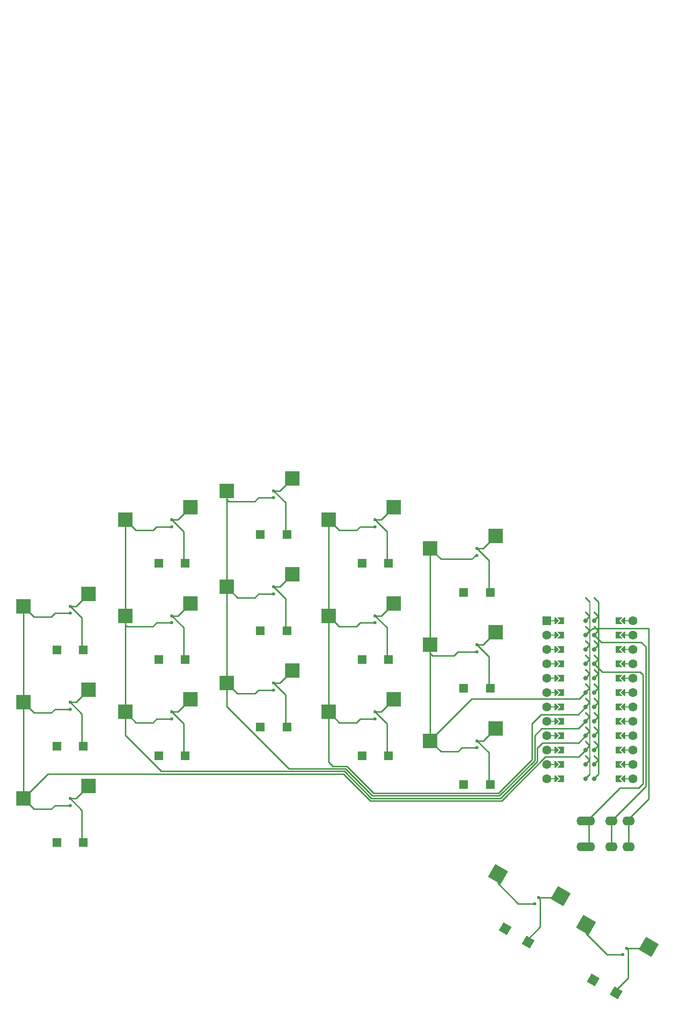
<source format=gbr>
%TF.GenerationSoftware,KiCad,Pcbnew,(6.0.6-1)-1*%
%TF.CreationDate,2022-08-08T10:13:26-05:00*%
%TF.ProjectId,smcboard,736d6362-6f61-4726-942e-6b696361645f,v1.0.0*%
%TF.SameCoordinates,Original*%
%TF.FileFunction,Copper,L1,Top*%
%TF.FilePolarity,Positive*%
%FSLAX46Y46*%
G04 Gerber Fmt 4.6, Leading zero omitted, Abs format (unit mm)*
G04 Created by KiCad (PCBNEW (6.0.6-1)-1) date 2022-08-08 10:13:26*
%MOMM*%
%LPD*%
G01*
G04 APERTURE LIST*
G04 Aperture macros list*
%AMRotRect*
0 Rectangle, with rotation*
0 The origin of the aperture is its center*
0 $1 length*
0 $2 width*
0 $3 Rotation angle, in degrees counterclockwise*
0 Add horizontal line*
21,1,$1,$2,0,0,$3*%
%AMFreePoly0*
4,1,5,0.125000,-0.500000,-0.125000,-0.500000,-0.125000,0.500000,0.125000,0.500000,0.125000,-0.500000,0.125000,-0.500000,$1*%
%AMFreePoly1*
4,1,6,0.600000,0.200000,0.000000,-0.400000,-0.600000,0.200000,-0.600000,0.400000,0.600000,0.400000,0.600000,0.200000,0.600000,0.200000,$1*%
%AMFreePoly2*
4,1,49,0.088388,4.152388,0.854389,3.386388,0.867708,3.368551,0.871189,3.365530,0.871982,3.362827,0.875852,3.357644,0.882333,3.327543,0.891000,3.298000,0.891000,0.766000,0.887805,0.743969,0.888131,0.739371,0.886780,0.736898,0.885852,0.730498,0.869154,0.704638,0.854389,0.677612,0.088388,-0.088388,0.064607,-0.106146,0.062500,-0.108253,0.061385,-0.108552,0.059644,-0.109852,
0.043810,-0.113261,0.000000,-0.125000,-0.004774,-0.123721,-0.009154,-0.124664,-0.028953,-0.117242,-0.062500,-0.108253,-0.068237,-0.102516,-0.075052,-0.099961,-0.087614,-0.083139,-0.108253,-0.062500,-0.111178,-0.051584,-0.117161,-0.043572,-0.118539,-0.024114,-0.125000,0.000000,-0.121239,0.014035,-0.122131,0.026629,-0.113759,0.041953,-0.108253,0.062500,-0.095642,0.075111,-0.088388,0.088388,
0.641000,0.817777,0.641000,3.246223,-0.088388,3.975612,-0.109852,4.004356,-0.124664,4.073154,-0.099961,4.139052,-0.043572,4.181161,0.026629,4.186131,0.088388,4.152388,0.088388,4.152388,$1*%
%AMFreePoly3*
4,1,6,0.600000,-0.250000,-0.600000,-0.250000,-0.600000,1.000000,0.000000,0.400000,0.600000,1.000000,0.600000,-0.250000,0.600000,-0.250000,$1*%
%AMFreePoly4*
4,1,49,0.088388,4.152388,0.850389,3.390388,0.863708,3.372551,0.867189,3.369530,0.867982,3.366827,0.871852,3.361644,0.878333,3.331543,0.887000,3.302000,0.887000,0.762000,0.883805,0.739969,0.884131,0.735371,0.882780,0.732898,0.881852,0.726498,0.865154,0.700638,0.850389,0.673612,0.088388,-0.088388,0.064607,-0.106146,0.062500,-0.108253,0.061385,-0.108552,0.059644,-0.109852,
0.043810,-0.113261,0.000000,-0.125000,-0.004774,-0.123721,-0.009154,-0.124664,-0.028953,-0.117242,-0.062500,-0.108253,-0.068237,-0.102516,-0.075052,-0.099961,-0.087614,-0.083139,-0.108253,-0.062500,-0.111178,-0.051584,-0.117161,-0.043572,-0.118539,-0.024114,-0.125000,0.000000,-0.121239,0.014035,-0.122131,0.026629,-0.113759,0.041953,-0.108253,0.062500,-0.095642,0.075111,-0.088388,0.088388,
0.637000,0.813777,0.637000,3.250223,-0.088388,3.975612,-0.109852,4.004356,-0.124664,4.073154,-0.099961,4.139052,-0.043572,4.181161,0.026629,4.186131,0.088388,4.152388,0.088388,4.152388,$1*%
G04 Aperture macros list end*
%TA.AperFunction,SMDPad,CuDef*%
%ADD10R,2.600000X2.600000*%
%TD*%
%TA.AperFunction,ComponentPad*%
%ADD11R,1.650000X1.650000*%
%TD*%
%TA.AperFunction,ComponentPad*%
%ADD12C,0.600000*%
%TD*%
%TA.AperFunction,SMDPad,CuDef*%
%ADD13RotRect,2.600000X2.600000X330.000000*%
%TD*%
%TA.AperFunction,ComponentPad*%
%ADD14RotRect,1.650000X1.650000X150.000000*%
%TD*%
%TA.AperFunction,ComponentPad*%
%ADD15RotRect,1.650000X1.650000X330.000000*%
%TD*%
%TA.AperFunction,ComponentPad*%
%ADD16O,2.200000X1.600000*%
%TD*%
%TA.AperFunction,SMDPad,CuDef*%
%ADD17FreePoly0,270.000000*%
%TD*%
%TA.AperFunction,ComponentPad*%
%ADD18C,1.600000*%
%TD*%
%TA.AperFunction,SMDPad,CuDef*%
%ADD19FreePoly0,90.000000*%
%TD*%
%TA.AperFunction,SMDPad,CuDef*%
%ADD20FreePoly1,90.000000*%
%TD*%
%TA.AperFunction,ComponentPad*%
%ADD21R,1.600000X1.600000*%
%TD*%
%TA.AperFunction,SMDPad,CuDef*%
%ADD22FreePoly1,270.000000*%
%TD*%
%TA.AperFunction,SMDPad,CuDef*%
%ADD23FreePoly2,270.000000*%
%TD*%
%TA.AperFunction,ComponentPad*%
%ADD24C,0.800000*%
%TD*%
%TA.AperFunction,SMDPad,CuDef*%
%ADD25FreePoly3,270.000000*%
%TD*%
%TA.AperFunction,SMDPad,CuDef*%
%ADD26FreePoly4,90.000000*%
%TD*%
%TA.AperFunction,SMDPad,CuDef*%
%ADD27FreePoly3,90.000000*%
%TD*%
%TA.AperFunction,Conductor*%
%ADD28C,0.250000*%
%TD*%
G04 APERTURE END LIST*
D10*
%TO.P,S7,1*%
%TO.N,middle_bottom*%
X141675000Y-77250000D03*
%TO.P,S7,2*%
%TO.N,P5*%
X130125000Y-79450000D03*
%TD*%
%TO.P,S1,1*%
%TO.N,pinky_bottom*%
X105675000Y-97650000D03*
%TO.P,S1,2*%
%TO.N,P7*%
X94125000Y-99850000D03*
%TD*%
D11*
%TO.P,D6,1*%
%TO.N,P1*%
X118050000Y-58300000D03*
%TO.P,D6,2*%
%TO.N,ring_top*%
X122750000Y-58300000D03*
%TD*%
%TO.P,D7,1*%
%TO.N,P2*%
X136050000Y-87200000D03*
%TO.P,D7,2*%
%TO.N,middle_bottom*%
X140750000Y-87200000D03*
%TD*%
%TO.P,D11,1*%
%TO.N,P0*%
X154050000Y-75300000D03*
%TO.P,D11,2*%
%TO.N,index_home*%
X158750000Y-75300000D03*
%TD*%
D12*
%TO.P,REF\u002A\u002A,1*%
%TO.N,inner_bottom*%
X174400000Y-89650000D03*
%TD*%
D13*
%TO.P,S16,1*%
%TO.N,near_thumb*%
X189211233Y-117084649D03*
%TO.P,S16,2*%
%TO.N,P5*%
X178108640Y-113214905D03*
%TD*%
D11*
%TO.P,D13,1*%
%TO.N,P2*%
X172050000Y-97400000D03*
%TO.P,D13,2*%
%TO.N,inner_bottom*%
X176750000Y-97400000D03*
%TD*%
%TO.P,D3,1*%
%TO.N,P1*%
X100050000Y-73600000D03*
%TO.P,D3,2*%
%TO.N,pinky_top*%
X104750000Y-73600000D03*
%TD*%
D14*
%TO.P,D16,1*%
%TO.N,P9*%
X179364840Y-122889102D03*
D15*
%TO.P,D16,2*%
%TO.N,near_thumb*%
X183435160Y-125239102D03*
%TD*%
D12*
%TO.P,REF\u002A\u002A,1*%
%TO.N,P4*%
X156400000Y-85800000D03*
%TD*%
%TO.P,REF\u002A\u002A,1*%
%TO.N,P3*%
X174400000Y-90900000D03*
%TD*%
%TO.P,REF\u002A\u002A,1*%
%TO.N,P6*%
X120400000Y-85800000D03*
%TD*%
D11*
%TO.P,D12,1*%
%TO.N,P1*%
X154050000Y-58300000D03*
%TO.P,D12,2*%
%TO.N,index_top*%
X158750000Y-58300000D03*
%TD*%
D12*
%TO.P,REF\u002A\u002A,1*%
%TO.N,pinky_bottom*%
X102400000Y-99850000D03*
%TD*%
%TO.P,REF\u002A\u002A,1*%
%TO.N,inner_top*%
X174400000Y-55650000D03*
%TD*%
%TO.P,REF\u002A\u002A,1*%
%TO.N,ring_bottom*%
X120400000Y-84550000D03*
%TD*%
%TO.P,REF\u002A\u002A,1*%
%TO.N,P6*%
X120400000Y-51800000D03*
%TD*%
%TO.P,REF\u002A\u002A,1*%
%TO.N,index_home*%
X156400000Y-67550000D03*
%TD*%
D10*
%TO.P,S3,1*%
%TO.N,pinky_top*%
X105675000Y-63650000D03*
%TO.P,S3,2*%
%TO.N,P7*%
X94125000Y-65850000D03*
%TD*%
D12*
%TO.P,REF\u002A\u002A,1*%
%TO.N,index_bottom*%
X156400000Y-84550000D03*
%TD*%
D11*
%TO.P,D2,1*%
%TO.N,P0*%
X100050000Y-90600000D03*
%TO.P,D2,2*%
%TO.N,pinky_home*%
X104750000Y-90600000D03*
%TD*%
D12*
%TO.P,REF\u002A\u002A,1*%
%TO.N,P4*%
X156400000Y-51800000D03*
%TD*%
%TO.P,REF\u002A\u002A,1*%
%TO.N,pinky_home*%
X102400000Y-82850000D03*
%TD*%
D10*
%TO.P,S15,1*%
%TO.N,inner_top*%
X177675000Y-53450000D03*
%TO.P,S15,2*%
%TO.N,P3*%
X166125000Y-55650000D03*
%TD*%
%TO.P,S5,1*%
%TO.N,ring_home*%
X123675000Y-65350000D03*
%TO.P,S5,2*%
%TO.N,P6*%
X112125000Y-67550000D03*
%TD*%
D12*
%TO.P,REF\u002A\u002A,1*%
%TO.N,home_thumb*%
X200863457Y-126352405D03*
%TD*%
D10*
%TO.P,S10,1*%
%TO.N,index_bottom*%
X159675000Y-82350000D03*
%TO.P,S10,2*%
%TO.N,P4*%
X148125000Y-84550000D03*
%TD*%
D12*
%TO.P,REF\u002A\u002A,1*%
%TO.N,P3*%
X174400000Y-56900000D03*
%TD*%
%TO.P,REF\u002A\u002A,1*%
%TO.N,ring_top*%
X120400000Y-50550000D03*
%TD*%
D11*
%TO.P,D14,1*%
%TO.N,P0*%
X172050000Y-80400000D03*
%TO.P,D14,2*%
%TO.N,inner_home*%
X176750000Y-80400000D03*
%TD*%
D12*
%TO.P,REF\u002A\u002A,1*%
%TO.N,P5*%
X138400000Y-46700000D03*
%TD*%
D13*
%TO.P,S17,1*%
%TO.N,home_thumb*%
X204799690Y-126084649D03*
%TO.P,S17,2*%
%TO.N,P4*%
X193697097Y-122214905D03*
%TD*%
D12*
%TO.P,REF\u002A\u002A,1*%
%TO.N,middle_bottom*%
X138400000Y-79450000D03*
%TD*%
D11*
%TO.P,D5,1*%
%TO.N,P0*%
X118050000Y-75300000D03*
%TO.P,D5,2*%
%TO.N,ring_home*%
X122750000Y-75300000D03*
%TD*%
D12*
%TO.P,REF\u002A\u002A,1*%
%TO.N,P5*%
X138400000Y-63700000D03*
%TD*%
%TO.P,REF\u002A\u002A,1*%
%TO.N,inner_home*%
X174400000Y-72650000D03*
%TD*%
%TO.P,REF\u002A\u002A,1*%
%TO.N,pinky_top*%
X102400000Y-65850000D03*
%TD*%
%TO.P,REF\u002A\u002A,1*%
%TO.N,P4*%
X200238457Y-127434937D03*
%TD*%
%TO.P,REF\u002A\u002A,1*%
%TO.N,P6*%
X120400000Y-68800000D03*
%TD*%
%TO.P,REF\u002A\u002A,1*%
%TO.N,index_top*%
X156400000Y-50550000D03*
%TD*%
%TO.P,REF\u002A\u002A,1*%
%TO.N,P7*%
X102400000Y-101100000D03*
%TD*%
D11*
%TO.P,D15,1*%
%TO.N,P1*%
X172050000Y-63400000D03*
%TO.P,D15,2*%
%TO.N,inner_top*%
X176750000Y-63400000D03*
%TD*%
%TO.P,D9,1*%
%TO.N,P1*%
X136050000Y-53200000D03*
%TO.P,D9,2*%
%TO.N,middle_top*%
X140750000Y-53200000D03*
%TD*%
D10*
%TO.P,S2,1*%
%TO.N,pinky_home*%
X105675000Y-80650000D03*
%TO.P,S2,2*%
%TO.N,P7*%
X94125000Y-82850000D03*
%TD*%
%TO.P,S14,1*%
%TO.N,inner_home*%
X177675000Y-70450000D03*
%TO.P,S14,2*%
%TO.N,P3*%
X166125000Y-72650000D03*
%TD*%
D12*
%TO.P,REF\u002A\u002A,1*%
%TO.N,middle_home*%
X138400000Y-62450000D03*
%TD*%
%TO.P,REF\u002A\u002A,1*%
%TO.N,P7*%
X102400000Y-84100000D03*
%TD*%
D10*
%TO.P,S13,1*%
%TO.N,inner_bottom*%
X177675000Y-87450000D03*
%TO.P,S13,2*%
%TO.N,P3*%
X166125000Y-89650000D03*
%TD*%
D11*
%TO.P,D8,1*%
%TO.N,P0*%
X136050000Y-70200000D03*
%TO.P,D8,2*%
%TO.N,middle_home*%
X140750000Y-70200000D03*
%TD*%
D16*
%TO.P,REF\u002A\u002A,1*%
%TO.N,VCC*%
X193100000Y-103800000D03*
X193100000Y-108400000D03*
%TO.P,REF\u002A\u002A,2*%
X194200000Y-108400000D03*
X194200000Y-103800000D03*
%TO.P,REF\u002A\u002A,3*%
%TO.N,GND*%
X198200000Y-108400000D03*
X198200000Y-103800000D03*
%TO.P,REF\u002A\u002A,4*%
%TO.N,P0*%
X201200000Y-108400000D03*
X201200000Y-103800000D03*
%TD*%
D12*
%TO.P,REF\u002A\u002A,1*%
%TO.N,P5*%
X184650000Y-118434937D03*
%TD*%
D10*
%TO.P,S8,1*%
%TO.N,middle_home*%
X141675000Y-60250000D03*
%TO.P,S8,2*%
%TO.N,P5*%
X130125000Y-62450000D03*
%TD*%
%TO.P,S6,1*%
%TO.N,ring_top*%
X123675000Y-48350000D03*
%TO.P,S6,2*%
%TO.N,P6*%
X112125000Y-50550000D03*
%TD*%
%TO.P,S4,1*%
%TO.N,ring_bottom*%
X123675000Y-82350000D03*
%TO.P,S4,2*%
%TO.N,P6*%
X112125000Y-84550000D03*
%TD*%
%TO.P,S12,1*%
%TO.N,index_top*%
X159675000Y-48350000D03*
%TO.P,S12,2*%
%TO.N,P4*%
X148125000Y-50550000D03*
%TD*%
D11*
%TO.P,D1,1*%
%TO.N,P2*%
X100050000Y-107600000D03*
%TO.P,D1,2*%
%TO.N,pinky_bottom*%
X104750000Y-107600000D03*
%TD*%
D12*
%TO.P,REF\u002A\u002A,1*%
%TO.N,P4*%
X156400000Y-68800000D03*
%TD*%
%TO.P,REF\u002A\u002A,1*%
%TO.N,middle_top*%
X138400000Y-45450000D03*
%TD*%
D10*
%TO.P,S9,1*%
%TO.N,middle_top*%
X141675000Y-43250000D03*
%TO.P,S9,2*%
%TO.N,P5*%
X130125000Y-45450000D03*
%TD*%
D12*
%TO.P,REF\u002A\u002A,1*%
%TO.N,P3*%
X174400000Y-73900000D03*
%TD*%
%TO.P,REF\u002A\u002A,1*%
%TO.N,near_thumb*%
X185275000Y-117352405D03*
%TD*%
%TO.P,REF\u002A\u002A,1*%
%TO.N,ring_home*%
X120400000Y-67550000D03*
%TD*%
%TO.P,REF\u002A\u002A,1*%
%TO.N,P7*%
X102400000Y-67100000D03*
%TD*%
%TO.P,REF\u002A\u002A,1*%
%TO.N,P5*%
X138400000Y-80700000D03*
%TD*%
D14*
%TO.P,D17,1*%
%TO.N,P9*%
X194953297Y-131889102D03*
D15*
%TO.P,D17,2*%
%TO.N,home_thumb*%
X199023617Y-134239102D03*
%TD*%
D17*
%TO.P,MCU1,*%
%TO.N,*%
X200750000Y-86210000D03*
D18*
X202020000Y-86210000D03*
D19*
X188050000Y-96370000D03*
D18*
X186780000Y-88750000D03*
X186780000Y-86210000D03*
X202020000Y-73510000D03*
X202020000Y-78590000D03*
X186780000Y-93830000D03*
D19*
X188050000Y-78590000D03*
D17*
X200750000Y-91290000D03*
D19*
X188050000Y-81130000D03*
D18*
X186780000Y-68430000D03*
X202020000Y-76050000D03*
D19*
X188050000Y-73510000D03*
D20*
X188558000Y-91290000D03*
X188558000Y-86210000D03*
X188558000Y-70970000D03*
X188558000Y-76050000D03*
D18*
X186780000Y-73510000D03*
D21*
X186780000Y-68430000D03*
D22*
X200242000Y-93830000D03*
X200242000Y-91290000D03*
D18*
X186780000Y-78590000D03*
X186780000Y-76050000D03*
D17*
X200750000Y-88750000D03*
D20*
X188558000Y-96370000D03*
X188558000Y-78590000D03*
X188558000Y-93830000D03*
D17*
X200750000Y-93830000D03*
D20*
X188558000Y-81130000D03*
D19*
X188050000Y-68430000D03*
D22*
X200242000Y-73510000D03*
D18*
X186780000Y-96370000D03*
D17*
X200750000Y-78590000D03*
D22*
X200242000Y-81130000D03*
D18*
X202020000Y-83670000D03*
D17*
X200750000Y-81130000D03*
D18*
X202020000Y-81130000D03*
D17*
X200750000Y-96370000D03*
D19*
X188050000Y-91290000D03*
D20*
X188558000Y-68430000D03*
D22*
X200242000Y-70970000D03*
D17*
X200750000Y-70970000D03*
D18*
X202020000Y-93830000D03*
X202020000Y-88750000D03*
D20*
X188558000Y-88750000D03*
D22*
X200242000Y-76050000D03*
X200242000Y-86210000D03*
D19*
X188050000Y-83670000D03*
D22*
X200242000Y-78590000D03*
X200242000Y-96370000D03*
D18*
X202020000Y-70970000D03*
D19*
X188050000Y-70970000D03*
X188050000Y-86210000D03*
D18*
X202020000Y-96370000D03*
D19*
X188050000Y-76050000D03*
D22*
X200242000Y-68430000D03*
D18*
X186780000Y-81130000D03*
D19*
X188050000Y-88750000D03*
D17*
X200750000Y-76050000D03*
X200750000Y-83670000D03*
D18*
X186780000Y-70970000D03*
D17*
X200750000Y-73510000D03*
D18*
X186780000Y-83670000D03*
X202020000Y-68430000D03*
X186780000Y-91290000D03*
D20*
X188558000Y-73510000D03*
D22*
X200242000Y-83670000D03*
D20*
X188558000Y-83670000D03*
D19*
X188050000Y-93830000D03*
D22*
X200242000Y-88750000D03*
D18*
X202020000Y-91290000D03*
D17*
X200750000Y-68430000D03*
D23*
%TO.P,MCU1,1*%
%TO.N,RAW*%
X195162000Y-68430000D03*
D24*
X195162000Y-68430000D03*
D25*
X199226000Y-68430000D03*
D24*
%TO.P,MCU1,2*%
%TO.N,GND*%
X195162000Y-70970000D03*
D23*
X195162000Y-70970000D03*
D25*
X199226000Y-70970000D03*
%TO.P,MCU1,3*%
%TO.N,RST*%
X199226000Y-73510000D03*
D24*
X195162000Y-73510000D03*
D23*
X195162000Y-73510000D03*
D24*
%TO.P,MCU1,4*%
%TO.N,VCC*%
X195162000Y-76050000D03*
D25*
X199226000Y-76050000D03*
D23*
X195162000Y-76050000D03*
D25*
%TO.P,MCU1,5*%
%TO.N,P21*%
X199226000Y-78590000D03*
D24*
X195162000Y-78590000D03*
D23*
X195162000Y-78590000D03*
D25*
%TO.P,MCU1,6*%
%TO.N,P20*%
X199226000Y-81130000D03*
D24*
X195162000Y-81130000D03*
D23*
X195162000Y-81130000D03*
D25*
%TO.P,MCU1,7*%
%TO.N,P19*%
X199226000Y-83670000D03*
D23*
X195162000Y-83670000D03*
D24*
X195162000Y-83670000D03*
D25*
%TO.P,MCU1,8*%
%TO.N,P18*%
X199226000Y-86210000D03*
D24*
X195162000Y-86210000D03*
D23*
X195162000Y-86210000D03*
%TO.P,MCU1,9*%
%TO.N,P15*%
X195162000Y-88750000D03*
D24*
X195162000Y-88750000D03*
D25*
X199226000Y-88750000D03*
%TO.P,MCU1,10*%
%TO.N,P14*%
X199226000Y-91290000D03*
D24*
X195162000Y-91290000D03*
D23*
X195162000Y-91290000D03*
%TO.P,MCU1,11*%
%TO.N,P16*%
X195162000Y-93830000D03*
D24*
X195162000Y-93830000D03*
D25*
X199226000Y-93830000D03*
D23*
%TO.P,MCU1,12*%
%TO.N,P10*%
X195162000Y-96370000D03*
D25*
X199226000Y-96370000D03*
D24*
X195162000Y-96370000D03*
%TO.P,MCU1,13*%
%TO.N,P9*%
X193638000Y-96370000D03*
D26*
X193638000Y-96370000D03*
D27*
X189574000Y-96370000D03*
D24*
%TO.P,MCU1,14*%
%TO.N,P8*%
X193638000Y-93830000D03*
D26*
X193638000Y-93830000D03*
D27*
X189574000Y-93830000D03*
D26*
%TO.P,MCU1,15*%
%TO.N,P7*%
X193638000Y-91290000D03*
D24*
X193638000Y-91290000D03*
D27*
X189574000Y-91290000D03*
D24*
%TO.P,MCU1,16*%
%TO.N,P6*%
X193638000Y-88750000D03*
D27*
X189574000Y-88750000D03*
D26*
X193638000Y-88750000D03*
D27*
%TO.P,MCU1,17*%
%TO.N,P5*%
X189574000Y-86210000D03*
D26*
X193638000Y-86210000D03*
D24*
X193638000Y-86210000D03*
%TO.P,MCU1,18*%
%TO.N,P4*%
X193638000Y-83670000D03*
D26*
X193638000Y-83670000D03*
D27*
X189574000Y-83670000D03*
D26*
%TO.P,MCU1,19*%
%TO.N,P3*%
X193638000Y-81130000D03*
D24*
X193638000Y-81130000D03*
D27*
X189574000Y-81130000D03*
D26*
%TO.P,MCU1,20*%
%TO.N,P2*%
X193638000Y-78590000D03*
D24*
X193638000Y-78590000D03*
D27*
X189574000Y-78590000D03*
D24*
%TO.P,MCU1,21*%
%TO.N,GND*%
X193638000Y-76050000D03*
D26*
X193638000Y-76050000D03*
D27*
X189574000Y-76050000D03*
D24*
%TO.P,MCU1,22*%
X193638000Y-73510000D03*
D27*
X189574000Y-73510000D03*
D26*
X193638000Y-73510000D03*
D27*
%TO.P,MCU1,23*%
%TO.N,P0*%
X189574000Y-70970000D03*
D24*
X193638000Y-70970000D03*
D26*
X193638000Y-70970000D03*
D24*
%TO.P,MCU1,24*%
%TO.N,P1*%
X193638000Y-68430000D03*
D26*
X193638000Y-68430000D03*
D27*
X189574000Y-68430000D03*
%TD*%
D10*
%TO.P,S11,1*%
%TO.N,index_home*%
X159675000Y-65350000D03*
%TO.P,S11,2*%
%TO.N,P4*%
X148125000Y-67550000D03*
%TD*%
D11*
%TO.P,D4,1*%
%TO.N,P2*%
X118050000Y-92300000D03*
%TO.P,D4,2*%
%TO.N,ring_bottom*%
X122750000Y-92300000D03*
%TD*%
%TO.P,D10,1*%
%TO.N,P2*%
X154050000Y-92300000D03*
%TO.P,D10,2*%
%TO.N,index_bottom*%
X158750000Y-92300000D03*
%TD*%
D28*
%TO.N,pinky_bottom*%
X103475000Y-99850000D02*
X102400000Y-99850000D01*
X104489501Y-101939501D02*
X104489501Y-107420499D01*
X102400000Y-99850000D02*
X104489501Y-101939501D01*
X105675000Y-97650000D02*
X103475000Y-99850000D01*
%TO.N,P7*%
X192428000Y-92500000D02*
X193638000Y-91290000D01*
X96000001Y-101725001D02*
X99072105Y-101725001D01*
X178769009Y-100250000D02*
X186519009Y-92500000D01*
X99072105Y-84725001D02*
X99697106Y-84100000D01*
X99072105Y-67725001D02*
X99697106Y-67100000D01*
X94125000Y-82850000D02*
X96000001Y-84725001D01*
X94125000Y-99850000D02*
X98475000Y-95500000D01*
X94125000Y-82850000D02*
X94125000Y-65850000D01*
X155513604Y-100250000D02*
X178769009Y-100250000D01*
X99697106Y-84100000D02*
X102400000Y-84100000D01*
X99072105Y-101725001D02*
X99697106Y-101100000D01*
X99697106Y-67100000D02*
X102400000Y-67100000D01*
X94125000Y-65850000D02*
X96000001Y-67725001D01*
X94125000Y-99850000D02*
X96000001Y-101725001D01*
X96000001Y-84725001D02*
X99072105Y-84725001D01*
X150763604Y-95500000D02*
X155513604Y-100250000D01*
X98475000Y-95500000D02*
X150763604Y-95500000D01*
X186519009Y-92500000D02*
X192428000Y-92500000D01*
X96000001Y-67725001D02*
X99072105Y-67725001D01*
X99697106Y-101100000D02*
X102400000Y-101100000D01*
X94125000Y-99850000D02*
X94125000Y-82850000D01*
%TO.N,pinky_home*%
X104489501Y-84939501D02*
X104489501Y-90420499D01*
X103475000Y-82850000D02*
X102400000Y-82850000D01*
X105675000Y-80650000D02*
X103475000Y-82850000D01*
X102400000Y-82850000D02*
X104489501Y-84939501D01*
%TO.N,P0*%
X204750000Y-99950000D02*
X204750000Y-69750000D01*
X201200000Y-103800000D02*
X201200000Y-108400000D01*
X201200000Y-103500000D02*
X204750000Y-99950000D01*
X201200000Y-103800000D02*
X201200000Y-103500000D01*
X194858000Y-69750000D02*
X193638000Y-70970000D01*
X204750000Y-69750000D02*
X194858000Y-69750000D01*
%TO.N,pinky_top*%
X103475000Y-65850000D02*
X102400000Y-65850000D01*
X105675000Y-63650000D02*
X103475000Y-65850000D01*
X104489501Y-67939501D02*
X104489501Y-73420499D01*
X102400000Y-65850000D02*
X104489501Y-67939501D01*
%TO.N,ring_bottom*%
X120400000Y-84550000D02*
X122489501Y-86639501D01*
X122489501Y-86639501D02*
X122489501Y-92120499D01*
X123675000Y-82350000D02*
X121475000Y-84550000D01*
X121475000Y-84550000D02*
X120400000Y-84550000D01*
%TO.N,P6*%
X155700000Y-99800000D02*
X178582613Y-99800000D01*
X112125000Y-88625000D02*
X118550000Y-95050000D01*
X112450001Y-69425001D02*
X117072105Y-69425001D01*
X112125000Y-69100000D02*
X112450001Y-69425001D01*
X178582613Y-99800000D02*
X185066307Y-93316306D01*
X112125000Y-84550000D02*
X112125000Y-88625000D01*
X114000001Y-52425001D02*
X117072105Y-52425001D01*
X112125000Y-67550000D02*
X112125000Y-69100000D01*
X117072105Y-86425001D02*
X117697106Y-85800000D01*
X117697106Y-51800000D02*
X120400000Y-51800000D01*
X150950000Y-95050000D02*
X155700000Y-99800000D01*
X112125000Y-50550000D02*
X114000001Y-52425001D01*
X117072105Y-52425001D02*
X117697106Y-51800000D01*
X192388000Y-90000000D02*
X193638000Y-88750000D01*
X114000001Y-86425001D02*
X117072105Y-86425001D01*
X118550000Y-95050000D02*
X150950000Y-95050000D01*
X112125000Y-67550000D02*
X112125000Y-84550000D01*
X185052135Y-90947865D02*
X186000000Y-90000000D01*
X117697106Y-85800000D02*
X120400000Y-85800000D01*
X117697106Y-68800000D02*
X120400000Y-68800000D01*
X185052135Y-93302134D02*
X185052135Y-90947865D01*
X186000000Y-90000000D02*
X192388000Y-90000000D01*
X112125000Y-84550000D02*
X114000001Y-86425001D01*
X185066307Y-93316306D02*
X185052135Y-93302134D01*
X112125000Y-50550000D02*
X112125000Y-67550000D01*
X117072105Y-69425001D02*
X117697106Y-68800000D01*
%TO.N,ring_home*%
X121475000Y-67550000D02*
X120400000Y-67550000D01*
X122489501Y-69639501D02*
X122489501Y-75120499D01*
X123675000Y-65350000D02*
X121475000Y-67550000D01*
X120400000Y-67550000D02*
X122489501Y-69639501D01*
%TO.N,ring_top*%
X123675000Y-48350000D02*
X121475000Y-50550000D01*
X121475000Y-50550000D02*
X120400000Y-50550000D01*
X122489501Y-52639501D02*
X122489501Y-58120499D01*
X120400000Y-50550000D02*
X122489501Y-52639501D01*
%TO.N,middle_bottom*%
X138400000Y-79450000D02*
X140489501Y-81539501D01*
X139475000Y-79450000D02*
X138400000Y-79450000D01*
X141675000Y-77250000D02*
X139475000Y-79450000D01*
X140489501Y-81539501D02*
X140489501Y-87020499D01*
%TO.N,P5*%
X135072105Y-81325001D02*
X135697106Y-80700000D01*
X185859998Y-87500000D02*
X184602135Y-88757863D01*
X141150000Y-94600000D02*
X130125000Y-83575000D01*
X130125000Y-62450000D02*
X132000001Y-64325001D01*
X135072105Y-64325001D02*
X135697106Y-63700000D01*
X135072105Y-47325001D02*
X135697106Y-46700000D01*
X130125000Y-79450000D02*
X130125000Y-62450000D01*
X178108640Y-114858640D02*
X181684937Y-118434937D01*
X155886396Y-99350000D02*
X151136396Y-94600000D01*
X130125000Y-45450000D02*
X130125000Y-47000000D01*
X135697106Y-80700000D02*
X138400000Y-80700000D01*
X184602135Y-93144082D02*
X178396217Y-99350000D01*
X135697106Y-46700000D02*
X138400000Y-46700000D01*
X132000001Y-81325001D02*
X135072105Y-81325001D01*
X130450001Y-47325001D02*
X135072105Y-47325001D01*
X184602135Y-88757863D02*
X184602135Y-93144082D01*
X181684937Y-118434937D02*
X184650000Y-118434937D01*
X130125000Y-79450000D02*
X132000001Y-81325001D01*
X192348000Y-87500000D02*
X185859998Y-87500000D01*
X130125000Y-47000000D02*
X130450001Y-47325001D01*
X130125000Y-45450000D02*
X130125000Y-62450000D01*
X178396217Y-99350000D02*
X155886396Y-99350000D01*
X132000001Y-64325001D02*
X135072105Y-64325001D01*
X151136396Y-94600000D02*
X141150000Y-94600000D01*
X178108640Y-113214905D02*
X178108640Y-114858640D01*
X130125000Y-83575000D02*
X130125000Y-79450000D01*
X135697106Y-63700000D02*
X138400000Y-63700000D01*
X193638000Y-86210000D02*
X192348000Y-87500000D01*
%TO.N,middle_home*%
X140489501Y-64539501D02*
X140489501Y-70020499D01*
X138400000Y-62450000D02*
X140489501Y-64539501D01*
X141675000Y-60250000D02*
X139475000Y-62450000D01*
X139475000Y-62450000D02*
X138400000Y-62450000D01*
%TO.N,middle_top*%
X139475000Y-45450000D02*
X138400000Y-45450000D01*
X138400000Y-45450000D02*
X140489501Y-47539501D01*
X141675000Y-43250000D02*
X139475000Y-45450000D01*
X140489501Y-47539501D02*
X140489501Y-53020499D01*
%TO.N,index_bottom*%
X158489501Y-86639501D02*
X158489501Y-92120499D01*
X157475000Y-84550000D02*
X156400000Y-84550000D01*
X159675000Y-82350000D02*
X157475000Y-84550000D01*
X156400000Y-84550000D02*
X158489501Y-86639501D01*
%TO.N,P4*%
X151322792Y-94150000D02*
X148900000Y-94150000D01*
X192310000Y-84998000D02*
X185752000Y-84998000D01*
X193638000Y-83670000D02*
X192310000Y-84998000D01*
X148125000Y-50550000D02*
X150000001Y-52425001D01*
X148125000Y-67550000D02*
X148125000Y-84550000D01*
X178209821Y-98900000D02*
X156072792Y-98900000D01*
X153072105Y-86425001D02*
X153697106Y-85800000D01*
X148125000Y-84550000D02*
X150000001Y-86425001D01*
X193697097Y-122214905D02*
X193697097Y-123697097D01*
X150000001Y-69425001D02*
X153072105Y-69425001D01*
X156072792Y-98900000D02*
X151322792Y-94150000D01*
X150000001Y-52425001D02*
X153072105Y-52425001D01*
X148125000Y-93375000D02*
X148125000Y-84550000D01*
X153697106Y-68800000D02*
X156400000Y-68800000D01*
X197434937Y-127434937D02*
X200238457Y-127434937D01*
X184152135Y-92957686D02*
X178209821Y-98900000D01*
X193697097Y-123697097D02*
X197434937Y-127434937D01*
X148125000Y-67550000D02*
X150000001Y-69425001D01*
X153072105Y-69425001D02*
X153697106Y-68800000D01*
X185752000Y-84998000D02*
X184152135Y-86597865D01*
X148125000Y-50550000D02*
X148125000Y-67550000D01*
X184152135Y-86597865D02*
X184152135Y-92957686D01*
X150000001Y-86425001D02*
X153072105Y-86425001D01*
X148900000Y-94150000D02*
X148125000Y-93375000D01*
X153697106Y-51800000D02*
X156400000Y-51800000D01*
X153072105Y-52425001D02*
X153697106Y-51800000D01*
X153697106Y-85800000D02*
X156400000Y-85800000D01*
%TO.N,index_home*%
X156400000Y-67550000D02*
X158489501Y-69639501D01*
X159675000Y-65350000D02*
X157475000Y-67550000D01*
X158489501Y-69639501D02*
X158489501Y-75120499D01*
X157475000Y-67550000D02*
X156400000Y-67550000D01*
%TO.N,index_top*%
X159675000Y-48350000D02*
X157475000Y-50550000D01*
X158489501Y-52639501D02*
X158489501Y-58120499D01*
X157475000Y-50550000D02*
X156400000Y-50550000D01*
X156400000Y-50550000D02*
X158489501Y-52639501D01*
%TO.N,inner_bottom*%
X174400000Y-89650000D02*
X176489501Y-91739501D01*
X176489501Y-91739501D02*
X176489501Y-97220499D01*
X175475000Y-89650000D02*
X174400000Y-89650000D01*
X177675000Y-87450000D02*
X175475000Y-89650000D01*
%TO.N,P3*%
X166125000Y-74200000D02*
X166525000Y-74600000D01*
X166525000Y-74600000D02*
X170290000Y-74600000D01*
X174100000Y-56900000D02*
X174400000Y-56900000D01*
X170990000Y-73900000D02*
X174400000Y-73900000D01*
X166125000Y-89650000D02*
X166125000Y-89625000D01*
X173474999Y-57525001D02*
X174100000Y-56900000D01*
X166125000Y-72650000D02*
X166125000Y-55650000D01*
X173495000Y-82255000D02*
X192513000Y-82255000D01*
X168000001Y-91525001D02*
X171072105Y-91525001D01*
X171072105Y-91525001D02*
X171697106Y-90900000D01*
X166125000Y-55650000D02*
X168000001Y-57525001D01*
X166125000Y-89650000D02*
X166125000Y-72650000D01*
X166125000Y-72650000D02*
X166125000Y-74200000D01*
X168000001Y-57525001D02*
X173474999Y-57525001D01*
X171697106Y-90900000D02*
X174400000Y-90900000D01*
X166125000Y-89625000D02*
X173495000Y-82255000D01*
X192513000Y-82255000D02*
X193638000Y-81130000D01*
X166125000Y-89650000D02*
X168000001Y-91525001D01*
X170290000Y-74600000D02*
X170990000Y-73900000D01*
%TO.N,inner_home*%
X176489501Y-74739501D02*
X176489501Y-80220499D01*
X177675000Y-70450000D02*
X175475000Y-72650000D01*
X175475000Y-72650000D02*
X174400000Y-72650000D01*
X174400000Y-72650000D02*
X176489501Y-74739501D01*
%TO.N,inner_top*%
X177675000Y-53450000D02*
X175475000Y-55650000D01*
X175475000Y-55650000D02*
X174400000Y-55650000D01*
X176489501Y-57739501D02*
X176489501Y-63220499D01*
X174400000Y-55650000D02*
X176489501Y-57739501D01*
%TO.N,near_thumb*%
X185275000Y-117352405D02*
X185575000Y-117652405D01*
X185575000Y-122552852D02*
X183088750Y-125039102D01*
X189211233Y-117084649D02*
X188943477Y-117352405D01*
X188943477Y-117352405D02*
X185275000Y-117352405D01*
X185575000Y-117652405D02*
X185575000Y-122552852D01*
%TO.N,home_thumb*%
X201163457Y-131552852D02*
X198677207Y-134039102D01*
X200863457Y-126352405D02*
X201163457Y-126652405D01*
X204531934Y-126352405D02*
X200863457Y-126352405D01*
X204799690Y-126084649D02*
X204531934Y-126352405D01*
X201163457Y-126652405D02*
X201163457Y-131552852D01*
%TO.N,GND*%
X198200000Y-103800000D02*
X198200000Y-108400000D01*
X203456433Y-72206433D02*
X196398433Y-72206433D01*
X196398433Y-72206433D02*
X195162000Y-70970000D01*
X204250000Y-97750000D02*
X204250000Y-73000000D01*
X204250000Y-73000000D02*
X203456433Y-72206433D01*
X198200000Y-103800000D02*
X204250000Y-97750000D01*
%TO.N,VCC*%
X194200000Y-103800000D02*
X194200000Y-108400000D01*
X203800000Y-97200000D02*
X203800000Y-78000000D01*
X196577000Y-77465000D02*
X195162000Y-76050000D01*
X199700000Y-98000000D02*
X203000000Y-98000000D01*
X203265000Y-77465000D02*
X196577000Y-77465000D01*
X203800000Y-78000000D02*
X203265000Y-77465000D01*
X194200000Y-103800000D02*
X194200000Y-103500000D01*
X203000000Y-98000000D02*
X203800000Y-97200000D01*
X194200000Y-103500000D02*
X199700000Y-98000000D01*
%TD*%
M02*

</source>
